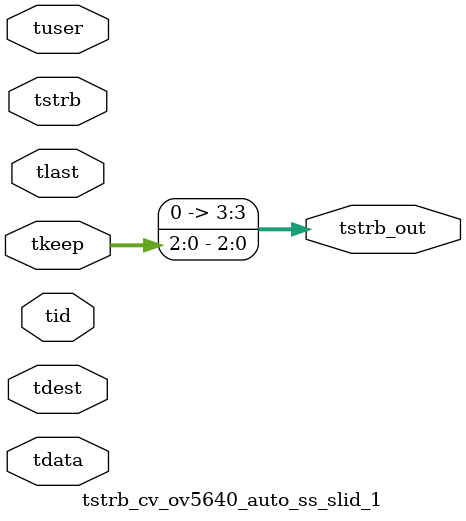
<source format=v>


`timescale 1ps/1ps

module tstrb_cv_ov5640_auto_ss_slid_1 #
(
parameter C_S_AXIS_TDATA_WIDTH = 32,
parameter C_S_AXIS_TUSER_WIDTH = 0,
parameter C_S_AXIS_TID_WIDTH   = 0,
parameter C_S_AXIS_TDEST_WIDTH = 0,
parameter C_M_AXIS_TDATA_WIDTH = 32
)
(
input  [(C_S_AXIS_TDATA_WIDTH == 0 ? 1 : C_S_AXIS_TDATA_WIDTH)-1:0     ] tdata,
input  [(C_S_AXIS_TUSER_WIDTH == 0 ? 1 : C_S_AXIS_TUSER_WIDTH)-1:0     ] tuser,
input  [(C_S_AXIS_TID_WIDTH   == 0 ? 1 : C_S_AXIS_TID_WIDTH)-1:0       ] tid,
input  [(C_S_AXIS_TDEST_WIDTH == 0 ? 1 : C_S_AXIS_TDEST_WIDTH)-1:0     ] tdest,
input  [(C_S_AXIS_TDATA_WIDTH/8)-1:0 ] tkeep,
input  [(C_S_AXIS_TDATA_WIDTH/8)-1:0 ] tstrb,
input                                                                    tlast,
output [(C_M_AXIS_TDATA_WIDTH/8)-1:0 ] tstrb_out
);

assign tstrb_out = {tkeep[2:0]};

endmodule


</source>
